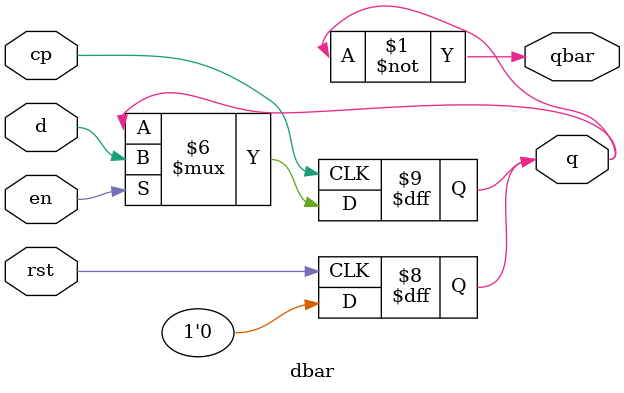
<source format=v>
`timescale 1ns / 1ps




module dbar(
    output reg q,
    output qbar,
    input d,
    input cp,
    input rst,
    input en
    );
    assign qbar = ~q;
    always
    @(posedge cp) 
     if(en == 1)
        q = d;
    
    always
      @(negedge rst) q = 0;
    
endmodule

</source>
